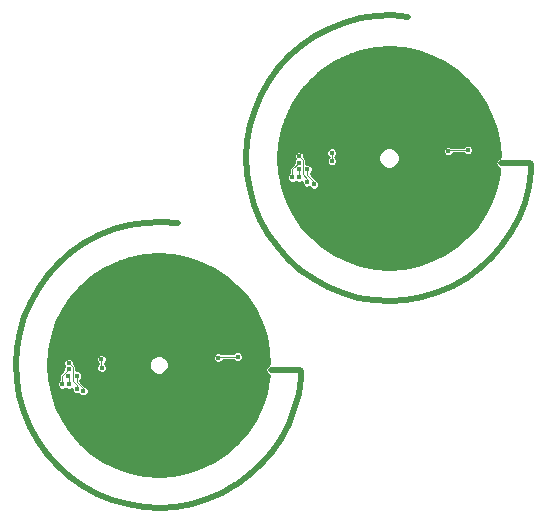
<source format=gbr>
G04 #@! TF.GenerationSoftware,KiCad,Pcbnew,5.0.2-bee76a0~70~ubuntu18.04.1*
G04 #@! TF.CreationDate,2019-05-27T20:40:17+02:00*
G04 #@! TF.ProjectId,upper_Sensor,75707065-725f-4536-956e-736f722e6b69,rev?*
G04 #@! TF.SameCoordinates,Original*
G04 #@! TF.FileFunction,Copper,L2,Bot*
G04 #@! TF.FilePolarity,Positive*
%FSLAX46Y46*%
G04 Gerber Fmt 4.6, Leading zero omitted, Abs format (unit mm)*
G04 Created by KiCad (PCBNEW 5.0.2-bee76a0~70~ubuntu18.04.1) date Mo 27 Mai 2019 20:40:17 CEST*
%MOMM*%
%LPD*%
G01*
G04 APERTURE LIST*
G04 #@! TA.AperFunction,ViaPad*
%ADD10C,0.450000*%
G04 #@! TD*
G04 #@! TA.AperFunction,Conductor*
%ADD11C,0.089000*%
G04 #@! TD*
G04 #@! TA.AperFunction,Conductor*
%ADD12C,0.500000*%
G04 #@! TD*
G04 #@! TA.AperFunction,Conductor*
%ADD13C,0.254000*%
G04 #@! TD*
G04 APERTURE END LIST*
D10*
G04 #@! TO.N,GNDD*
X121489265Y-67125001D03*
X123554214Y-55414089D03*
X134125001Y-54489265D03*
X137510735Y-67125001D03*
X137883347Y-66409220D03*
X131719805Y-63900880D03*
X129374306Y-59878132D03*
X134805583Y-70077156D03*
X135445786Y-69585911D03*
X120807843Y-65663687D03*
X138434814Y-60105923D03*
X134805583Y-54922844D03*
X138609472Y-60893754D03*
X121116653Y-66409220D03*
X127105923Y-71434814D03*
X135445786Y-55414089D03*
X131106246Y-53390528D03*
X120565186Y-64894077D03*
X120807843Y-59336313D03*
X127893754Y-53390528D03*
X121116653Y-58590780D03*
X136040738Y-69040738D03*
X136585911Y-68445786D03*
X138500000Y-62250000D03*
X137750000Y-63750000D03*
X121489265Y-57874999D03*
X127105923Y-53565186D03*
X138192157Y-65663687D03*
X138434814Y-64894077D03*
X127166550Y-61297918D03*
X122414089Y-68445786D03*
X121922844Y-67805583D03*
X124194417Y-70077156D03*
X137000000Y-63000000D03*
X137250000Y-63500000D03*
X137077156Y-67805583D03*
X121922844Y-57194417D03*
X138609472Y-64106246D03*
X134125001Y-70510735D03*
X120565186Y-60105923D03*
X122959262Y-55959262D03*
X126336313Y-53807843D03*
X124194417Y-54922844D03*
X129500000Y-53250000D03*
X130702080Y-60166548D03*
X127893754Y-71609472D03*
X122959262Y-69040738D03*
X131894077Y-53565186D03*
X132663687Y-53807843D03*
X129396704Y-65122848D03*
X125590780Y-70883347D03*
X130306191Y-53285199D03*
X130721968Y-64823101D03*
X126336313Y-71192157D03*
X128693809Y-71714801D03*
X124874999Y-70510735D03*
X129500000Y-71750000D03*
X138500000Y-63500000D03*
X137000000Y-62500000D03*
X122414089Y-56554214D03*
X120285199Y-61693809D03*
X131707758Y-61080211D03*
X128700000Y-60000002D03*
X127000000Y-63300000D03*
X132006742Y-63278618D03*
X130057178Y-59934937D03*
X128721381Y-65006741D03*
X130079067Y-65060211D03*
X131106246Y-71609472D03*
X131894077Y-71434814D03*
X138714801Y-61693809D03*
X138192157Y-59336313D03*
X125590780Y-54116653D03*
X124874999Y-54489265D03*
X131281593Y-64427674D03*
X131265062Y-60557180D03*
X127557182Y-60734937D03*
X120390528Y-60893754D03*
X120250000Y-62500000D03*
X133409220Y-54116653D03*
X132663687Y-71192157D03*
X133409220Y-70883347D03*
X128693809Y-53285199D03*
X130306191Y-71714801D03*
X120285199Y-63306191D03*
X120390528Y-64106246D03*
X123554214Y-69585911D03*
X132122847Y-62603295D03*
X128080213Y-60292242D03*
G04 #@! TO.N,*
X124650000Y-62032500D03*
X124660000Y-62747500D03*
X122580002Y-63422490D03*
X123108592Y-64726044D03*
X121880000Y-62346494D03*
X122577757Y-64549033D03*
X121862490Y-62884497D03*
X121324479Y-64137490D03*
X121862490Y-64137807D03*
X121844989Y-63422500D03*
X138990000Y-62900000D03*
X134520000Y-61900000D03*
X136170000Y-61810000D03*
G04 #@! TO.N,GNDD*
X136585911Y-56554214D03*
X137077156Y-57194417D03*
X137510735Y-57874999D03*
X136040738Y-55959262D03*
X137883347Y-58590780D03*
X109221381Y-82506741D03*
X109896704Y-82622848D03*
X110579067Y-82560211D03*
X111221968Y-82323101D03*
X111781593Y-81927674D03*
X112219805Y-81400880D03*
X112506742Y-80778618D03*
X112622847Y-80103295D03*
X112207758Y-78580211D03*
X111765062Y-78057180D03*
X111202080Y-77666548D03*
X110557178Y-77434937D03*
X109874306Y-77378132D03*
X109200000Y-77500002D03*
X108580213Y-77792242D03*
X108057182Y-78234937D03*
X107666550Y-78797918D03*
X113909220Y-71616653D03*
X119214801Y-79193809D03*
X118692157Y-76836313D03*
X118383347Y-76090780D03*
X116540738Y-73459262D03*
X111606246Y-70890528D03*
X112394077Y-71065186D03*
X113163687Y-71307843D03*
X110806191Y-70785199D03*
X114625001Y-71989265D03*
X117085911Y-74054214D03*
X118934814Y-77605923D03*
X117577156Y-74694417D03*
X115305583Y-72422844D03*
X119109472Y-78393754D03*
X115945786Y-72914089D03*
X118010735Y-75374999D03*
X106090780Y-88383347D03*
X100785199Y-80806191D03*
X101307843Y-83163687D03*
X101616653Y-83909220D03*
X103459262Y-86540738D03*
X108393754Y-89109472D03*
X107605923Y-88934814D03*
X106836313Y-88692157D03*
X109193809Y-89214801D03*
X105374999Y-88010735D03*
X102914089Y-85945786D03*
X101065186Y-82394077D03*
X102422844Y-85305583D03*
X104694417Y-87577156D03*
X100890528Y-81606246D03*
X104054214Y-87085911D03*
X101989265Y-84625001D03*
X101307843Y-76836313D03*
X108393754Y-70890528D03*
X106090780Y-71616653D03*
X105374999Y-71989265D03*
X102914089Y-74054214D03*
X100785199Y-79193809D03*
X100890528Y-78393754D03*
X101065186Y-77605923D03*
X100750000Y-80000000D03*
X101616653Y-76090780D03*
X103459262Y-73459262D03*
X106836313Y-71307843D03*
X104054214Y-72914089D03*
X101989265Y-75374999D03*
X107605923Y-71065186D03*
X102422844Y-74694417D03*
X104694417Y-72422844D03*
X110000000Y-70750000D03*
X109193809Y-70785199D03*
X110806191Y-89214801D03*
X111606246Y-89109472D03*
X112394077Y-88934814D03*
X113163687Y-88692157D03*
X113909220Y-88383347D03*
X114625001Y-88010735D03*
X115305583Y-87577156D03*
X115945786Y-87085911D03*
X116540738Y-86540738D03*
X117085911Y-85945786D03*
X117577156Y-85305583D03*
X118010735Y-84625001D03*
X118383347Y-83909220D03*
X118692157Y-83163687D03*
X118934814Y-82394077D03*
X119109472Y-81606246D03*
X110000000Y-89250000D03*
X119000000Y-81000000D03*
X119000000Y-79750000D03*
X118250000Y-81250000D03*
X117500000Y-80000000D03*
X117500000Y-80500000D03*
X117750000Y-81000000D03*
X107500000Y-80800000D03*
G04 #@! TO.N,REFFET1_D2*
X105150000Y-79532500D03*
X105160000Y-80247500D03*
G04 #@! TO.N,ISFET1_D4*
X103608592Y-82226044D03*
X103080002Y-80922490D03*
G04 #@! TO.N,ISFET1_D3*
X102380000Y-79846494D03*
X103077757Y-82049033D03*
G04 #@! TO.N,ISFET1_D2*
X102362490Y-80384497D03*
X101824479Y-81637490D03*
G04 #@! TO.N,ISFET1_D1*
X102362490Y-81637807D03*
X102344989Y-80922500D03*
G04 #@! TO.N,RF_ANT*
X119490000Y-80400000D03*
G04 #@! TO.N,O2_ELEC1*
X116670000Y-79310000D03*
X115020000Y-79400000D03*
G04 #@! TD*
D11*
G04 #@! TO.N,*
X124650000Y-62032500D02*
X124650000Y-62737500D01*
X124650000Y-62737500D02*
X124660000Y-62747500D01*
X122577757Y-64230835D02*
X122577757Y-64549033D01*
X122220000Y-63873078D02*
X122577757Y-64230835D01*
X122220000Y-62686494D02*
X122220000Y-63873078D01*
X121880000Y-62346494D02*
X122220000Y-62686494D01*
X121324479Y-63819292D02*
X121324479Y-64137490D01*
X121324479Y-63422508D02*
X121324479Y-63819292D01*
X121862490Y-62884497D02*
X121324479Y-63422508D01*
X121862490Y-64137807D02*
X121862490Y-63440001D01*
X121862490Y-63440001D02*
X121844989Y-63422500D01*
D12*
X132318137Y-74253189D02*
X130972529Y-74496291D01*
X141555115Y-63055116D02*
X141537079Y-63589981D01*
X123213310Y-52177359D02*
X124419532Y-51533312D01*
X128242229Y-74520705D02*
X126892489Y-74301704D01*
X139075560Y-69874821D02*
X138181263Y-70909222D01*
X136072173Y-72643268D02*
X135962108Y-72706043D01*
X138181263Y-70909222D02*
X137175836Y-71835999D01*
X128362664Y-50467302D02*
X129729084Y-50415842D01*
X141336925Y-64942645D02*
X140985263Y-66264049D01*
X117498006Y-61074696D02*
X117735812Y-59728138D01*
X140486591Y-67537275D02*
X139847301Y-68746015D01*
X137175836Y-71835999D02*
X136072173Y-72643268D01*
X126892489Y-74301704D02*
X125576115Y-73931644D01*
X138990000Y-62900000D02*
X141400000Y-62900000D01*
X117735812Y-59728138D02*
X118124197Y-58417052D01*
X121992339Y-71971767D02*
X120970503Y-71063120D01*
X118083879Y-66468821D02*
X117708647Y-65153933D01*
X117484335Y-63805055D02*
X117413822Y-62439489D01*
X125576115Y-73931644D02*
X124309975Y-73415264D01*
X129608076Y-74585845D02*
X128242229Y-74520705D01*
X141400000Y-62900000D02*
X141555115Y-63055116D01*
X122087558Y-52953531D02*
X123213310Y-52177359D01*
X118124197Y-58417052D02*
X118658188Y-57158234D01*
X124419532Y-51533312D02*
X125690786Y-51029636D01*
X118605241Y-67732933D02*
X118083879Y-66468821D01*
X135962108Y-72706043D02*
X134884387Y-73320709D01*
X140985263Y-66264049D02*
X140486591Y-67537275D01*
X125690786Y-51029636D02*
X127010802Y-50672774D01*
X117413822Y-62439489D02*
X117498006Y-61074696D01*
X133627680Y-73859649D02*
X132318137Y-74253189D01*
X118658188Y-57158234D02*
X119330949Y-55967789D01*
X119266049Y-68930055D02*
X118605241Y-67732933D01*
X141537079Y-63589981D02*
X141336925Y-64942645D01*
X120057846Y-70044871D02*
X119266049Y-68930055D01*
X117708647Y-65153933D02*
X117484335Y-63805055D01*
X139847301Y-68746015D02*
X139075560Y-69874821D01*
X119330949Y-55967789D02*
X120133873Y-54860954D01*
X121056681Y-53851893D02*
X122087558Y-52953531D01*
X120133873Y-54860954D02*
X121056681Y-53851893D01*
X129729084Y-50415842D02*
X131092570Y-50519054D01*
X134884387Y-73320709D02*
X133627680Y-73859649D01*
X123110272Y-72759177D02*
X121992339Y-71971767D01*
X124309975Y-73415264D02*
X123110272Y-72759177D01*
X120970503Y-71063120D02*
X120057846Y-70044871D01*
X130972529Y-74496291D02*
X129608076Y-74585845D01*
X127010802Y-50672774D02*
X128362664Y-50467302D01*
D11*
X134610000Y-61810000D02*
X134520000Y-61900000D01*
X136170000Y-61810000D02*
X134610000Y-61810000D01*
X122580000Y-63422492D02*
X122580002Y-63422490D01*
X123108592Y-64726044D02*
X123108592Y-64478592D01*
X122580000Y-63950000D02*
X122580000Y-63422492D01*
X123108592Y-64478592D02*
X122580000Y-63950000D01*
G04 #@! TO.N,REFFET1_D2*
X105150000Y-79532500D02*
X105150000Y-80237500D01*
X105150000Y-80237500D02*
X105160000Y-80247500D01*
G04 #@! TO.N,ISFET1_D4*
X103090000Y-80932488D02*
X103080002Y-80922490D01*
X103090000Y-81480000D02*
X103090000Y-80932488D01*
X103608592Y-82226044D02*
X103608592Y-81998592D01*
X103608592Y-81998592D02*
X103090000Y-81480000D01*
G04 #@! TO.N,ISFET1_D3*
X103077757Y-81730835D02*
X103077757Y-82049033D01*
X102720000Y-81373078D02*
X103077757Y-81730835D01*
X102380000Y-79846494D02*
X102720000Y-80186494D01*
X102720000Y-80186494D02*
X102720000Y-81373078D01*
G04 #@! TO.N,ISFET1_D2*
X101824479Y-81319292D02*
X101824479Y-81637490D01*
X101824479Y-80922508D02*
X101824479Y-81319292D01*
X102362490Y-80384497D02*
X101824479Y-80922508D01*
G04 #@! TO.N,ISFET1_D1*
X102362490Y-81637807D02*
X102362490Y-80940001D01*
X102362490Y-80940001D02*
X102344989Y-80922500D01*
D12*
G04 #@! TO.N,RF_ANT*
X107510802Y-68172774D02*
X108862664Y-67967302D01*
X104919532Y-69033312D02*
X106190786Y-68529636D01*
X103713310Y-69677359D02*
X104919532Y-69033312D01*
X101556681Y-71351893D02*
X102587558Y-70453531D01*
X100633873Y-72360954D02*
X101556681Y-71351893D01*
X99830949Y-73467789D02*
X100633873Y-72360954D01*
X121485263Y-83764049D02*
X120986591Y-85037275D01*
X106190786Y-68529636D02*
X107510802Y-68172774D01*
X116572173Y-90143268D02*
X116462108Y-90206043D01*
X118681263Y-88409222D02*
X117675836Y-89335999D01*
X120347301Y-86246015D02*
X119575560Y-87374821D01*
X115384387Y-90820709D02*
X114127680Y-91359649D01*
X103610272Y-90259177D02*
X102492339Y-89471767D01*
X108862664Y-67967302D02*
X110229084Y-67915842D01*
X107392489Y-91801704D02*
X106076115Y-91431644D01*
X119490000Y-80400000D02*
X121900000Y-80400000D01*
X99105241Y-85232933D02*
X98583879Y-83968821D01*
X116462108Y-90206043D02*
X115384387Y-90820709D01*
X110108076Y-92085845D02*
X108742229Y-92020705D01*
X121836925Y-82442645D02*
X121485263Y-83764049D01*
X97998006Y-78574696D02*
X98235812Y-77228138D01*
X117675836Y-89335999D02*
X116572173Y-90143268D01*
X98624197Y-75917052D02*
X99158188Y-74658234D01*
X120986591Y-85037275D02*
X120347301Y-86246015D01*
X99766049Y-86430055D02*
X99105241Y-85232933D01*
X112818137Y-91753189D02*
X111472529Y-91996291D01*
X122055115Y-80555116D02*
X122037079Y-81089981D01*
X111472529Y-91996291D02*
X110108076Y-92085845D01*
X106076115Y-91431644D02*
X104809975Y-90915264D01*
X108742229Y-92020705D02*
X107392489Y-91801704D01*
X119575560Y-87374821D02*
X118681263Y-88409222D01*
X104809975Y-90915264D02*
X103610272Y-90259177D01*
X101470503Y-88563120D02*
X100557846Y-87544871D01*
X110229084Y-67915842D02*
X111592570Y-68019054D01*
X98235812Y-77228138D02*
X98624197Y-75917052D01*
X102492339Y-89471767D02*
X101470503Y-88563120D01*
X121900000Y-80400000D02*
X122055115Y-80555116D01*
X122037079Y-81089981D02*
X121836925Y-82442645D01*
X100557846Y-87544871D02*
X99766049Y-86430055D01*
X98208647Y-82653933D02*
X97984335Y-81305055D01*
X98583879Y-83968821D02*
X98208647Y-82653933D01*
X97984335Y-81305055D02*
X97913822Y-79939489D01*
X97913822Y-79939489D02*
X97998006Y-78574696D01*
X102587558Y-70453531D02*
X103713310Y-69677359D01*
X114127680Y-91359649D02*
X112818137Y-91753189D01*
X99158188Y-74658234D02*
X99830949Y-73467789D01*
D11*
G04 #@! TO.N,O2_ELEC1*
X116670000Y-79310000D02*
X115110000Y-79310000D01*
X115110000Y-79310000D02*
X115020000Y-79400000D01*
G04 #@! TD*
D13*
G04 #@! TO.N,GNDD*
G36*
X111223385Y-70707457D02*
X112425842Y-70946641D01*
X113586785Y-71340728D01*
X114686365Y-71882981D01*
X115705754Y-72564114D01*
X116627519Y-73372481D01*
X117435886Y-74294246D01*
X118117019Y-75313635D01*
X118659272Y-76413215D01*
X119053359Y-77574158D01*
X119292543Y-78776615D01*
X119368651Y-79937794D01*
X119303884Y-79950677D01*
X119146103Y-80056103D01*
X119040677Y-80213884D01*
X119003656Y-80400000D01*
X119040677Y-80586116D01*
X119146103Y-80743897D01*
X119303884Y-80849323D01*
X119316891Y-80851910D01*
X119292543Y-81223385D01*
X119053359Y-82425842D01*
X118659272Y-83586785D01*
X118117019Y-84686365D01*
X117435886Y-85705754D01*
X116627519Y-86627519D01*
X115705754Y-87435886D01*
X114686365Y-88117019D01*
X113586785Y-88659272D01*
X112425842Y-89053359D01*
X111223385Y-89292543D01*
X110000000Y-89372728D01*
X108776615Y-89292543D01*
X107574158Y-89053359D01*
X106413215Y-88659272D01*
X105313635Y-88117019D01*
X104294246Y-87435886D01*
X103372481Y-86627519D01*
X102564114Y-85705754D01*
X101882981Y-84686365D01*
X101340728Y-83586785D01*
X100946641Y-82425842D01*
X100771944Y-81547582D01*
X101372479Y-81547582D01*
X101372479Y-81727398D01*
X101441292Y-81893527D01*
X101568442Y-82020677D01*
X101734571Y-82089490D01*
X101914387Y-82089490D01*
X102080516Y-82020677D01*
X102093326Y-82007867D01*
X102106453Y-82020994D01*
X102272582Y-82089807D01*
X102452398Y-82089807D01*
X102618527Y-82020994D01*
X102625757Y-82013764D01*
X102625757Y-82138941D01*
X102694570Y-82305070D01*
X102821720Y-82432220D01*
X102987849Y-82501033D01*
X103167665Y-82501033D01*
X103223650Y-82477843D01*
X103225405Y-82482081D01*
X103352555Y-82609231D01*
X103518684Y-82678044D01*
X103698500Y-82678044D01*
X103864629Y-82609231D01*
X103991779Y-82482081D01*
X104060592Y-82315952D01*
X104060592Y-82136136D01*
X103991779Y-81970007D01*
X103864629Y-81842857D01*
X103818217Y-81823632D01*
X103804332Y-81802852D01*
X103781666Y-81787707D01*
X103361500Y-81367543D01*
X103361500Y-81280216D01*
X103463189Y-81178527D01*
X103532002Y-81012398D01*
X103532002Y-80832582D01*
X103463189Y-80666453D01*
X103336039Y-80539303D01*
X103169910Y-80470490D01*
X102991500Y-80470490D01*
X102991500Y-80213229D01*
X102996818Y-80186494D01*
X102985274Y-80128460D01*
X102975746Y-80080560D01*
X102915740Y-79990754D01*
X102893074Y-79975610D01*
X102832000Y-79914536D01*
X102832000Y-79756586D01*
X102763187Y-79590457D01*
X102636037Y-79463307D01*
X102586027Y-79442592D01*
X104698000Y-79442592D01*
X104698000Y-79622408D01*
X104766813Y-79788537D01*
X104873276Y-79895000D01*
X104776813Y-79991463D01*
X104708000Y-80157592D01*
X104708000Y-80337408D01*
X104776813Y-80503537D01*
X104903963Y-80630687D01*
X105070092Y-80699500D01*
X105249908Y-80699500D01*
X105416037Y-80630687D01*
X105543187Y-80503537D01*
X105612000Y-80337408D01*
X105612000Y-80157592D01*
X105543187Y-79991463D01*
X105436724Y-79885000D01*
X105486225Y-79835499D01*
X109173000Y-79835499D01*
X109173000Y-80164501D01*
X109298903Y-80468458D01*
X109531542Y-80701097D01*
X109835499Y-80827000D01*
X110164501Y-80827000D01*
X110468458Y-80701097D01*
X110701097Y-80468458D01*
X110827000Y-80164501D01*
X110827000Y-79835499D01*
X110701097Y-79531542D01*
X110479647Y-79310092D01*
X114568000Y-79310092D01*
X114568000Y-79489908D01*
X114636813Y-79656037D01*
X114763963Y-79783187D01*
X114930092Y-79852000D01*
X115109908Y-79852000D01*
X115276037Y-79783187D01*
X115403187Y-79656037D01*
X115434061Y-79581500D01*
X116302276Y-79581500D01*
X116413963Y-79693187D01*
X116580092Y-79762000D01*
X116759908Y-79762000D01*
X116926037Y-79693187D01*
X117053187Y-79566037D01*
X117122000Y-79399908D01*
X117122000Y-79220092D01*
X117053187Y-79053963D01*
X116926037Y-78926813D01*
X116759908Y-78858000D01*
X116580092Y-78858000D01*
X116413963Y-78926813D01*
X116302276Y-79038500D01*
X115297724Y-79038500D01*
X115276037Y-79016813D01*
X115109908Y-78948000D01*
X114930092Y-78948000D01*
X114763963Y-79016813D01*
X114636813Y-79143963D01*
X114568000Y-79310092D01*
X110479647Y-79310092D01*
X110468458Y-79298903D01*
X110164501Y-79173000D01*
X109835499Y-79173000D01*
X109531542Y-79298903D01*
X109298903Y-79531542D01*
X109173000Y-79835499D01*
X105486225Y-79835499D01*
X105533187Y-79788537D01*
X105602000Y-79622408D01*
X105602000Y-79442592D01*
X105533187Y-79276463D01*
X105406037Y-79149313D01*
X105239908Y-79080500D01*
X105060092Y-79080500D01*
X104893963Y-79149313D01*
X104766813Y-79276463D01*
X104698000Y-79442592D01*
X102586027Y-79442592D01*
X102469908Y-79394494D01*
X102290092Y-79394494D01*
X102123963Y-79463307D01*
X101996813Y-79590457D01*
X101928000Y-79756586D01*
X101928000Y-79936402D01*
X101996813Y-80102531D01*
X102001023Y-80106741D01*
X101979303Y-80128460D01*
X101910490Y-80294589D01*
X101910490Y-80452539D01*
X101651410Y-80711620D01*
X101628739Y-80726768D01*
X101568745Y-80816557D01*
X101568733Y-80816575D01*
X101547661Y-80922508D01*
X101552979Y-80949243D01*
X101552979Y-81269766D01*
X101441292Y-81381453D01*
X101372479Y-81547582D01*
X100771944Y-81547582D01*
X100707457Y-81223385D01*
X100627272Y-80000000D01*
X100707457Y-78776615D01*
X100946641Y-77574158D01*
X101340728Y-76413215D01*
X101882981Y-75313635D01*
X102564114Y-74294246D01*
X103372481Y-73372481D01*
X104294246Y-72564114D01*
X105313635Y-71882981D01*
X106413215Y-71340728D01*
X107574158Y-70946641D01*
X108776615Y-70707457D01*
X110000000Y-70627272D01*
X111223385Y-70707457D01*
X111223385Y-70707457D01*
G37*
X111223385Y-70707457D02*
X112425842Y-70946641D01*
X113586785Y-71340728D01*
X114686365Y-71882981D01*
X115705754Y-72564114D01*
X116627519Y-73372481D01*
X117435886Y-74294246D01*
X118117019Y-75313635D01*
X118659272Y-76413215D01*
X119053359Y-77574158D01*
X119292543Y-78776615D01*
X119368651Y-79937794D01*
X119303884Y-79950677D01*
X119146103Y-80056103D01*
X119040677Y-80213884D01*
X119003656Y-80400000D01*
X119040677Y-80586116D01*
X119146103Y-80743897D01*
X119303884Y-80849323D01*
X119316891Y-80851910D01*
X119292543Y-81223385D01*
X119053359Y-82425842D01*
X118659272Y-83586785D01*
X118117019Y-84686365D01*
X117435886Y-85705754D01*
X116627519Y-86627519D01*
X115705754Y-87435886D01*
X114686365Y-88117019D01*
X113586785Y-88659272D01*
X112425842Y-89053359D01*
X111223385Y-89292543D01*
X110000000Y-89372728D01*
X108776615Y-89292543D01*
X107574158Y-89053359D01*
X106413215Y-88659272D01*
X105313635Y-88117019D01*
X104294246Y-87435886D01*
X103372481Y-86627519D01*
X102564114Y-85705754D01*
X101882981Y-84686365D01*
X101340728Y-83586785D01*
X100946641Y-82425842D01*
X100771944Y-81547582D01*
X101372479Y-81547582D01*
X101372479Y-81727398D01*
X101441292Y-81893527D01*
X101568442Y-82020677D01*
X101734571Y-82089490D01*
X101914387Y-82089490D01*
X102080516Y-82020677D01*
X102093326Y-82007867D01*
X102106453Y-82020994D01*
X102272582Y-82089807D01*
X102452398Y-82089807D01*
X102618527Y-82020994D01*
X102625757Y-82013764D01*
X102625757Y-82138941D01*
X102694570Y-82305070D01*
X102821720Y-82432220D01*
X102987849Y-82501033D01*
X103167665Y-82501033D01*
X103223650Y-82477843D01*
X103225405Y-82482081D01*
X103352555Y-82609231D01*
X103518684Y-82678044D01*
X103698500Y-82678044D01*
X103864629Y-82609231D01*
X103991779Y-82482081D01*
X104060592Y-82315952D01*
X104060592Y-82136136D01*
X103991779Y-81970007D01*
X103864629Y-81842857D01*
X103818217Y-81823632D01*
X103804332Y-81802852D01*
X103781666Y-81787707D01*
X103361500Y-81367543D01*
X103361500Y-81280216D01*
X103463189Y-81178527D01*
X103532002Y-81012398D01*
X103532002Y-80832582D01*
X103463189Y-80666453D01*
X103336039Y-80539303D01*
X103169910Y-80470490D01*
X102991500Y-80470490D01*
X102991500Y-80213229D01*
X102996818Y-80186494D01*
X102985274Y-80128460D01*
X102975746Y-80080560D01*
X102915740Y-79990754D01*
X102893074Y-79975610D01*
X102832000Y-79914536D01*
X102832000Y-79756586D01*
X102763187Y-79590457D01*
X102636037Y-79463307D01*
X102586027Y-79442592D01*
X104698000Y-79442592D01*
X104698000Y-79622408D01*
X104766813Y-79788537D01*
X104873276Y-79895000D01*
X104776813Y-79991463D01*
X104708000Y-80157592D01*
X104708000Y-80337408D01*
X104776813Y-80503537D01*
X104903963Y-80630687D01*
X105070092Y-80699500D01*
X105249908Y-80699500D01*
X105416037Y-80630687D01*
X105543187Y-80503537D01*
X105612000Y-80337408D01*
X105612000Y-80157592D01*
X105543187Y-79991463D01*
X105436724Y-79885000D01*
X105486225Y-79835499D01*
X109173000Y-79835499D01*
X109173000Y-80164501D01*
X109298903Y-80468458D01*
X109531542Y-80701097D01*
X109835499Y-80827000D01*
X110164501Y-80827000D01*
X110468458Y-80701097D01*
X110701097Y-80468458D01*
X110827000Y-80164501D01*
X110827000Y-79835499D01*
X110701097Y-79531542D01*
X110479647Y-79310092D01*
X114568000Y-79310092D01*
X114568000Y-79489908D01*
X114636813Y-79656037D01*
X114763963Y-79783187D01*
X114930092Y-79852000D01*
X115109908Y-79852000D01*
X115276037Y-79783187D01*
X115403187Y-79656037D01*
X115434061Y-79581500D01*
X116302276Y-79581500D01*
X116413963Y-79693187D01*
X116580092Y-79762000D01*
X116759908Y-79762000D01*
X116926037Y-79693187D01*
X117053187Y-79566037D01*
X117122000Y-79399908D01*
X117122000Y-79220092D01*
X117053187Y-79053963D01*
X116926037Y-78926813D01*
X116759908Y-78858000D01*
X116580092Y-78858000D01*
X116413963Y-78926813D01*
X116302276Y-79038500D01*
X115297724Y-79038500D01*
X115276037Y-79016813D01*
X115109908Y-78948000D01*
X114930092Y-78948000D01*
X114763963Y-79016813D01*
X114636813Y-79143963D01*
X114568000Y-79310092D01*
X110479647Y-79310092D01*
X110468458Y-79298903D01*
X110164501Y-79173000D01*
X109835499Y-79173000D01*
X109531542Y-79298903D01*
X109298903Y-79531542D01*
X109173000Y-79835499D01*
X105486225Y-79835499D01*
X105533187Y-79788537D01*
X105602000Y-79622408D01*
X105602000Y-79442592D01*
X105533187Y-79276463D01*
X105406037Y-79149313D01*
X105239908Y-79080500D01*
X105060092Y-79080500D01*
X104893963Y-79149313D01*
X104766813Y-79276463D01*
X104698000Y-79442592D01*
X102586027Y-79442592D01*
X102469908Y-79394494D01*
X102290092Y-79394494D01*
X102123963Y-79463307D01*
X101996813Y-79590457D01*
X101928000Y-79756586D01*
X101928000Y-79936402D01*
X101996813Y-80102531D01*
X102001023Y-80106741D01*
X101979303Y-80128460D01*
X101910490Y-80294589D01*
X101910490Y-80452539D01*
X101651410Y-80711620D01*
X101628739Y-80726768D01*
X101568745Y-80816557D01*
X101568733Y-80816575D01*
X101547661Y-80922508D01*
X101552979Y-80949243D01*
X101552979Y-81269766D01*
X101441292Y-81381453D01*
X101372479Y-81547582D01*
X100771944Y-81547582D01*
X100707457Y-81223385D01*
X100627272Y-80000000D01*
X100707457Y-78776615D01*
X100946641Y-77574158D01*
X101340728Y-76413215D01*
X101882981Y-75313635D01*
X102564114Y-74294246D01*
X103372481Y-73372481D01*
X104294246Y-72564114D01*
X105313635Y-71882981D01*
X106413215Y-71340728D01*
X107574158Y-70946641D01*
X108776615Y-70707457D01*
X110000000Y-70627272D01*
X111223385Y-70707457D01*
G36*
X130723385Y-53207457D02*
X131925842Y-53446641D01*
X133086785Y-53840728D01*
X134186365Y-54382981D01*
X135205754Y-55064114D01*
X136127519Y-55872481D01*
X136935886Y-56794246D01*
X137617019Y-57813635D01*
X138159272Y-58913215D01*
X138553359Y-60074158D01*
X138792543Y-61276615D01*
X138868651Y-62437794D01*
X138803884Y-62450677D01*
X138646103Y-62556103D01*
X138540677Y-62713884D01*
X138503656Y-62900000D01*
X138540677Y-63086116D01*
X138646103Y-63243897D01*
X138803884Y-63349323D01*
X138816891Y-63351910D01*
X138792543Y-63723385D01*
X138553359Y-64925842D01*
X138159272Y-66086785D01*
X137617019Y-67186365D01*
X136935886Y-68205754D01*
X136127519Y-69127519D01*
X135205754Y-69935886D01*
X134186365Y-70617019D01*
X133086785Y-71159272D01*
X131925842Y-71553359D01*
X130723385Y-71792543D01*
X129500000Y-71872728D01*
X128276615Y-71792543D01*
X127074158Y-71553359D01*
X125913215Y-71159272D01*
X124813635Y-70617019D01*
X123794246Y-69935886D01*
X122872481Y-69127519D01*
X122064114Y-68205754D01*
X121382981Y-67186365D01*
X120840728Y-66086785D01*
X120446641Y-64925842D01*
X120271944Y-64047582D01*
X120872479Y-64047582D01*
X120872479Y-64227398D01*
X120941292Y-64393527D01*
X121068442Y-64520677D01*
X121234571Y-64589490D01*
X121414387Y-64589490D01*
X121580516Y-64520677D01*
X121593326Y-64507867D01*
X121606453Y-64520994D01*
X121772582Y-64589807D01*
X121952398Y-64589807D01*
X122118527Y-64520994D01*
X122125757Y-64513764D01*
X122125757Y-64638941D01*
X122194570Y-64805070D01*
X122321720Y-64932220D01*
X122487849Y-65001033D01*
X122667665Y-65001033D01*
X122723650Y-64977843D01*
X122725405Y-64982081D01*
X122852555Y-65109231D01*
X123018684Y-65178044D01*
X123198500Y-65178044D01*
X123364629Y-65109231D01*
X123491779Y-64982081D01*
X123560592Y-64815952D01*
X123560592Y-64636136D01*
X123491779Y-64470007D01*
X123364629Y-64342857D01*
X123336694Y-64331286D01*
X123319476Y-64305517D01*
X123304332Y-64282852D01*
X123281666Y-64267707D01*
X122851500Y-63837543D01*
X122851500Y-63790216D01*
X122963189Y-63678527D01*
X123032002Y-63512398D01*
X123032002Y-63332582D01*
X122963189Y-63166453D01*
X122836039Y-63039303D01*
X122669910Y-62970490D01*
X122491500Y-62970490D01*
X122491500Y-62713229D01*
X122496818Y-62686494D01*
X122481908Y-62611537D01*
X122475746Y-62580560D01*
X122415740Y-62490754D01*
X122393074Y-62475610D01*
X122332000Y-62414536D01*
X122332000Y-62256586D01*
X122263187Y-62090457D01*
X122136037Y-61963307D01*
X122086027Y-61942592D01*
X124198000Y-61942592D01*
X124198000Y-62122408D01*
X124266813Y-62288537D01*
X124373276Y-62395000D01*
X124276813Y-62491463D01*
X124208000Y-62657592D01*
X124208000Y-62837408D01*
X124276813Y-63003537D01*
X124403963Y-63130687D01*
X124570092Y-63199500D01*
X124749908Y-63199500D01*
X124916037Y-63130687D01*
X125043187Y-63003537D01*
X125112000Y-62837408D01*
X125112000Y-62657592D01*
X125043187Y-62491463D01*
X124936724Y-62385000D01*
X125006116Y-62315608D01*
X128573000Y-62315608D01*
X128573000Y-62684392D01*
X128714127Y-63025103D01*
X128974897Y-63285873D01*
X129315608Y-63427000D01*
X129684392Y-63427000D01*
X130025103Y-63285873D01*
X130285873Y-63025103D01*
X130427000Y-62684392D01*
X130427000Y-62315608D01*
X130285873Y-61974897D01*
X130121068Y-61810092D01*
X134068000Y-61810092D01*
X134068000Y-61989908D01*
X134136813Y-62156037D01*
X134263963Y-62283187D01*
X134430092Y-62352000D01*
X134609908Y-62352000D01*
X134776037Y-62283187D01*
X134903187Y-62156037D01*
X134934061Y-62081500D01*
X135802276Y-62081500D01*
X135913963Y-62193187D01*
X136080092Y-62262000D01*
X136259908Y-62262000D01*
X136426037Y-62193187D01*
X136553187Y-62066037D01*
X136622000Y-61899908D01*
X136622000Y-61720092D01*
X136553187Y-61553963D01*
X136426037Y-61426813D01*
X136259908Y-61358000D01*
X136080092Y-61358000D01*
X135913963Y-61426813D01*
X135802276Y-61538500D01*
X134797724Y-61538500D01*
X134776037Y-61516813D01*
X134609908Y-61448000D01*
X134430092Y-61448000D01*
X134263963Y-61516813D01*
X134136813Y-61643963D01*
X134068000Y-61810092D01*
X130121068Y-61810092D01*
X130025103Y-61714127D01*
X129684392Y-61573000D01*
X129315608Y-61573000D01*
X128974897Y-61714127D01*
X128714127Y-61974897D01*
X128573000Y-62315608D01*
X125006116Y-62315608D01*
X125033187Y-62288537D01*
X125102000Y-62122408D01*
X125102000Y-61942592D01*
X125033187Y-61776463D01*
X124906037Y-61649313D01*
X124739908Y-61580500D01*
X124560092Y-61580500D01*
X124393963Y-61649313D01*
X124266813Y-61776463D01*
X124198000Y-61942592D01*
X122086027Y-61942592D01*
X121969908Y-61894494D01*
X121790092Y-61894494D01*
X121623963Y-61963307D01*
X121496813Y-62090457D01*
X121428000Y-62256586D01*
X121428000Y-62436402D01*
X121496813Y-62602531D01*
X121501023Y-62606741D01*
X121479303Y-62628460D01*
X121410490Y-62794589D01*
X121410490Y-62952539D01*
X121151410Y-63211620D01*
X121128739Y-63226768D01*
X121076865Y-63304405D01*
X121068733Y-63316575D01*
X121047661Y-63422508D01*
X121052979Y-63449243D01*
X121052979Y-63769766D01*
X120941292Y-63881453D01*
X120872479Y-64047582D01*
X120271944Y-64047582D01*
X120207457Y-63723385D01*
X120127272Y-62500000D01*
X120207457Y-61276615D01*
X120446641Y-60074158D01*
X120840728Y-58913215D01*
X121382981Y-57813635D01*
X122064114Y-56794246D01*
X122872481Y-55872481D01*
X123794246Y-55064114D01*
X124813635Y-54382981D01*
X125913215Y-53840728D01*
X127074158Y-53446641D01*
X128276615Y-53207457D01*
X129500000Y-53127272D01*
X130723385Y-53207457D01*
X130723385Y-53207457D01*
G37*
X130723385Y-53207457D02*
X131925842Y-53446641D01*
X133086785Y-53840728D01*
X134186365Y-54382981D01*
X135205754Y-55064114D01*
X136127519Y-55872481D01*
X136935886Y-56794246D01*
X137617019Y-57813635D01*
X138159272Y-58913215D01*
X138553359Y-60074158D01*
X138792543Y-61276615D01*
X138868651Y-62437794D01*
X138803884Y-62450677D01*
X138646103Y-62556103D01*
X138540677Y-62713884D01*
X138503656Y-62900000D01*
X138540677Y-63086116D01*
X138646103Y-63243897D01*
X138803884Y-63349323D01*
X138816891Y-63351910D01*
X138792543Y-63723385D01*
X138553359Y-64925842D01*
X138159272Y-66086785D01*
X137617019Y-67186365D01*
X136935886Y-68205754D01*
X136127519Y-69127519D01*
X135205754Y-69935886D01*
X134186365Y-70617019D01*
X133086785Y-71159272D01*
X131925842Y-71553359D01*
X130723385Y-71792543D01*
X129500000Y-71872728D01*
X128276615Y-71792543D01*
X127074158Y-71553359D01*
X125913215Y-71159272D01*
X124813635Y-70617019D01*
X123794246Y-69935886D01*
X122872481Y-69127519D01*
X122064114Y-68205754D01*
X121382981Y-67186365D01*
X120840728Y-66086785D01*
X120446641Y-64925842D01*
X120271944Y-64047582D01*
X120872479Y-64047582D01*
X120872479Y-64227398D01*
X120941292Y-64393527D01*
X121068442Y-64520677D01*
X121234571Y-64589490D01*
X121414387Y-64589490D01*
X121580516Y-64520677D01*
X121593326Y-64507867D01*
X121606453Y-64520994D01*
X121772582Y-64589807D01*
X121952398Y-64589807D01*
X122118527Y-64520994D01*
X122125757Y-64513764D01*
X122125757Y-64638941D01*
X122194570Y-64805070D01*
X122321720Y-64932220D01*
X122487849Y-65001033D01*
X122667665Y-65001033D01*
X122723650Y-64977843D01*
X122725405Y-64982081D01*
X122852555Y-65109231D01*
X123018684Y-65178044D01*
X123198500Y-65178044D01*
X123364629Y-65109231D01*
X123491779Y-64982081D01*
X123560592Y-64815952D01*
X123560592Y-64636136D01*
X123491779Y-64470007D01*
X123364629Y-64342857D01*
X123336694Y-64331286D01*
X123319476Y-64305517D01*
X123304332Y-64282852D01*
X123281666Y-64267707D01*
X122851500Y-63837543D01*
X122851500Y-63790216D01*
X122963189Y-63678527D01*
X123032002Y-63512398D01*
X123032002Y-63332582D01*
X122963189Y-63166453D01*
X122836039Y-63039303D01*
X122669910Y-62970490D01*
X122491500Y-62970490D01*
X122491500Y-62713229D01*
X122496818Y-62686494D01*
X122481908Y-62611537D01*
X122475746Y-62580560D01*
X122415740Y-62490754D01*
X122393074Y-62475610D01*
X122332000Y-62414536D01*
X122332000Y-62256586D01*
X122263187Y-62090457D01*
X122136037Y-61963307D01*
X122086027Y-61942592D01*
X124198000Y-61942592D01*
X124198000Y-62122408D01*
X124266813Y-62288537D01*
X124373276Y-62395000D01*
X124276813Y-62491463D01*
X124208000Y-62657592D01*
X124208000Y-62837408D01*
X124276813Y-63003537D01*
X124403963Y-63130687D01*
X124570092Y-63199500D01*
X124749908Y-63199500D01*
X124916037Y-63130687D01*
X125043187Y-63003537D01*
X125112000Y-62837408D01*
X125112000Y-62657592D01*
X125043187Y-62491463D01*
X124936724Y-62385000D01*
X125006116Y-62315608D01*
X128573000Y-62315608D01*
X128573000Y-62684392D01*
X128714127Y-63025103D01*
X128974897Y-63285873D01*
X129315608Y-63427000D01*
X129684392Y-63427000D01*
X130025103Y-63285873D01*
X130285873Y-63025103D01*
X130427000Y-62684392D01*
X130427000Y-62315608D01*
X130285873Y-61974897D01*
X130121068Y-61810092D01*
X134068000Y-61810092D01*
X134068000Y-61989908D01*
X134136813Y-62156037D01*
X134263963Y-62283187D01*
X134430092Y-62352000D01*
X134609908Y-62352000D01*
X134776037Y-62283187D01*
X134903187Y-62156037D01*
X134934061Y-62081500D01*
X135802276Y-62081500D01*
X135913963Y-62193187D01*
X136080092Y-62262000D01*
X136259908Y-62262000D01*
X136426037Y-62193187D01*
X136553187Y-62066037D01*
X136622000Y-61899908D01*
X136622000Y-61720092D01*
X136553187Y-61553963D01*
X136426037Y-61426813D01*
X136259908Y-61358000D01*
X136080092Y-61358000D01*
X135913963Y-61426813D01*
X135802276Y-61538500D01*
X134797724Y-61538500D01*
X134776037Y-61516813D01*
X134609908Y-61448000D01*
X134430092Y-61448000D01*
X134263963Y-61516813D01*
X134136813Y-61643963D01*
X134068000Y-61810092D01*
X130121068Y-61810092D01*
X130025103Y-61714127D01*
X129684392Y-61573000D01*
X129315608Y-61573000D01*
X128974897Y-61714127D01*
X128714127Y-61974897D01*
X128573000Y-62315608D01*
X125006116Y-62315608D01*
X125033187Y-62288537D01*
X125102000Y-62122408D01*
X125102000Y-61942592D01*
X125033187Y-61776463D01*
X124906037Y-61649313D01*
X124739908Y-61580500D01*
X124560092Y-61580500D01*
X124393963Y-61649313D01*
X124266813Y-61776463D01*
X124198000Y-61942592D01*
X122086027Y-61942592D01*
X121969908Y-61894494D01*
X121790092Y-61894494D01*
X121623963Y-61963307D01*
X121496813Y-62090457D01*
X121428000Y-62256586D01*
X121428000Y-62436402D01*
X121496813Y-62602531D01*
X121501023Y-62606741D01*
X121479303Y-62628460D01*
X121410490Y-62794589D01*
X121410490Y-62952539D01*
X121151410Y-63211620D01*
X121128739Y-63226768D01*
X121076865Y-63304405D01*
X121068733Y-63316575D01*
X121047661Y-63422508D01*
X121052979Y-63449243D01*
X121052979Y-63769766D01*
X120941292Y-63881453D01*
X120872479Y-64047582D01*
X120271944Y-64047582D01*
X120207457Y-63723385D01*
X120127272Y-62500000D01*
X120207457Y-61276615D01*
X120446641Y-60074158D01*
X120840728Y-58913215D01*
X121382981Y-57813635D01*
X122064114Y-56794246D01*
X122872481Y-55872481D01*
X123794246Y-55064114D01*
X124813635Y-54382981D01*
X125913215Y-53840728D01*
X127074158Y-53446641D01*
X128276615Y-53207457D01*
X129500000Y-53127272D01*
X130723385Y-53207457D01*
G04 #@! TD*
M02*

</source>
